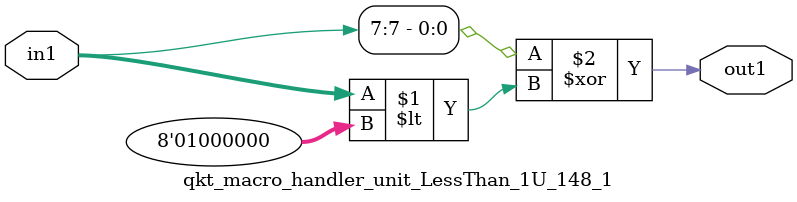
<source format=v>

`timescale 1ps / 1ps


module qkt_macro_handler_unit_LessThan_1U_148_1( in1, out1 );

    input [7:0] in1;
    output out1;

    
    // rtl_process:qkt_macro_handler_unit_LessThan_1U_148_1/qkt_macro_handler_unit_LessThan_1U_148_1_thread_1
    assign out1 = (in1[7] ^ in1 < 8'd064);

endmodule


</source>
